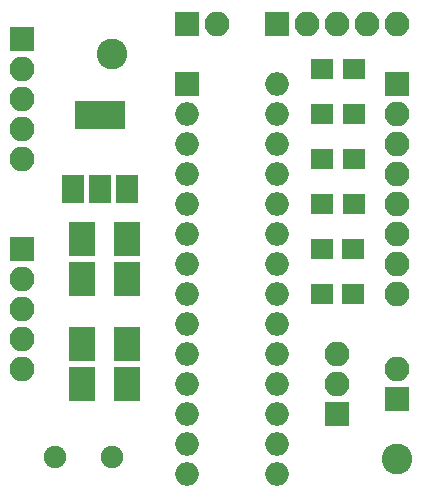
<source format=gbr>
G04 #@! TF.FileFunction,Soldermask,Top*
%FSLAX46Y46*%
G04 Gerber Fmt 4.6, Leading zero omitted, Abs format (unit mm)*
G04 Created by KiCad (PCBNEW 4.0.7) date 03/25/18 14:44:14*
%MOMM*%
%LPD*%
G01*
G04 APERTURE LIST*
%ADD10C,0.100000*%
%ADD11C,2.600000*%
%ADD12R,2.200000X3.000000*%
%ADD13C,1.900000*%
%ADD14R,2.100000X2.100000*%
%ADD15O,2.100000X2.100000*%
%ADD16R,2.000000X2.000000*%
%ADD17O,2.000000X2.000000*%
%ADD18R,1.900000X1.700000*%
%ADD19R,4.200000X2.400000*%
%ADD20R,1.900000X2.400000*%
G04 APERTURE END LIST*
D10*
D11*
X198120000Y-128270000D03*
D12*
X175260000Y-109630000D03*
X175260000Y-113030000D03*
X171450000Y-109630000D03*
X171450000Y-113030000D03*
X171450000Y-118520000D03*
X171450000Y-121920000D03*
X175260000Y-118520000D03*
X175260000Y-121920000D03*
D13*
X173990000Y-128090000D03*
X169090000Y-128090000D03*
D14*
X198120000Y-96520000D03*
D15*
X198120000Y-99060000D03*
X198120000Y-101600000D03*
X198120000Y-104140000D03*
X198120000Y-106680000D03*
X198120000Y-109220000D03*
X198120000Y-111760000D03*
X198120000Y-114300000D03*
D16*
X180340000Y-96520000D03*
D17*
X187960000Y-129540000D03*
X180340000Y-99060000D03*
X187960000Y-127000000D03*
X180340000Y-101600000D03*
X187960000Y-124460000D03*
X180340000Y-104140000D03*
X187960000Y-121920000D03*
X180340000Y-106680000D03*
X187960000Y-119380000D03*
X180340000Y-109220000D03*
X187960000Y-116840000D03*
X180340000Y-111760000D03*
X187960000Y-114300000D03*
X180340000Y-114300000D03*
X187960000Y-111760000D03*
X180340000Y-116840000D03*
X187960000Y-109220000D03*
X180340000Y-119380000D03*
X187960000Y-106680000D03*
X180340000Y-121920000D03*
X187960000Y-104140000D03*
X180340000Y-124460000D03*
X187960000Y-101600000D03*
X180340000Y-127000000D03*
X187960000Y-99060000D03*
X180340000Y-129540000D03*
X187960000Y-96520000D03*
D14*
X180340000Y-91440000D03*
D15*
X182880000Y-91440000D03*
D14*
X187960000Y-91440000D03*
D15*
X190500000Y-91440000D03*
X193040000Y-91440000D03*
X195580000Y-91440000D03*
X198120000Y-91440000D03*
D18*
X194470000Y-95250000D03*
X191770000Y-95250000D03*
X194470000Y-102870000D03*
X191770000Y-102870000D03*
X194390000Y-110490000D03*
X191690000Y-110490000D03*
X194470000Y-99060000D03*
X191770000Y-99060000D03*
X194470000Y-106680000D03*
X191770000Y-106680000D03*
X194390000Y-114300000D03*
X191690000Y-114300000D03*
D14*
X198120000Y-123190000D03*
D15*
X198120000Y-120650000D03*
D14*
X193040000Y-124460000D03*
D15*
X193040000Y-121920000D03*
X193040000Y-119380000D03*
D14*
X166370000Y-110490000D03*
D15*
X166370000Y-113030000D03*
X166370000Y-115570000D03*
X166370000Y-118110000D03*
X166370000Y-120650000D03*
D14*
X166370000Y-92710000D03*
D15*
X166370000Y-95250000D03*
X166370000Y-97790000D03*
X166370000Y-100330000D03*
X166370000Y-102870000D03*
D19*
X172960000Y-99110000D03*
D20*
X172960000Y-105410000D03*
X175260000Y-105410000D03*
X170660000Y-105410000D03*
D11*
X173990000Y-93980000D03*
M02*

</source>
